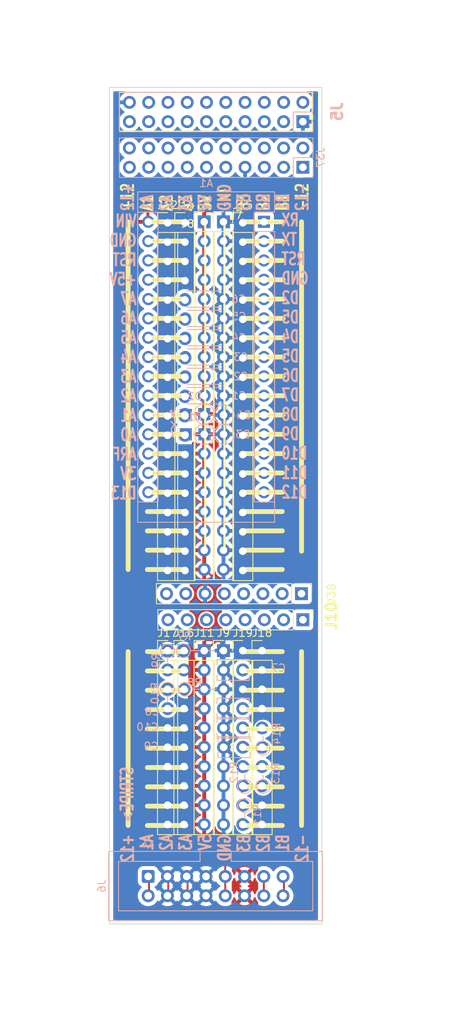
<source format=kicad_pcb>
(kicad_pcb (version 20211014) (generator pcbnew)
  (title_block (title "SYNTH-MIXER6-01") (date "2022-09-30") (rev "1") (company "LAND BOARDS, LLC"))
  (layers (0 "F.Cu" signal) (31 "B.Cu" signal) (34 "B.Paste" user) (35 "F.Paste" user) (36 "B.SilkS" user "B.Silkscreen") (37 "F.SilkS" user "F.Silkscreen") (38 "B.Mask" user) (39 "F.Mask" user) (44 "Edge.Cuts" user))
  (net 0 "")
  (net 2 "/POT6-2")
  (net 5 "/POT4-2")
  (net 7 "/POT2-1")
  (net 8 "/POT2-2")
  (net 9 "/POT2-3")
  (net 10 "/POT5-1")
  (net 11 "/POT5-2")
  (net 12 "/POT5-3")
  (net 14 "/POT3-2")
  (net 16 "+12V")
  (net 17 "+5V")
  (net 18 "/CV")
  (net 19 "/GATE")
  (net 20 "-12V")
  (net 22 "/POT1-2")
  (net 26 "/J4-T")
  (net 27 "/J2-S")
  (net 28 "/J2-T")
  (net 29 "/J3-T")
  (net 30 "GND")
  (net 32 "/J1-T")
  (net 37 "+5VD")
  (net 41 "Net-(J37-Pad14)")
  (net 49 "Net-(J37-Pad4)")
  (net 52 "/ANA6")
  (net 53 "/ANA7")
  (net 54 "/ANA0")
  (net 55 "/ANA1")
  (net 56 "/ANA2")
  (net 57 "/ANA3")
  (net 58 "/ANA4")
  (net 59 "/ANA5")
  (net 62 "Net-(C9-Pad1)")
  (net 63 "/D9")
  (net 64 "/D10")
  (footprint "Connector_PinHeader_2.54mm:PinHeader_1x10_P2.54mm_Vertical" (layer "F.Cu") (at 116.078 83.058)
    (fp_text reference "J19" (at 0 -2.33) (layer "F.SilkS"))
    (fp_text value "Conn_01x10")
    (pad "1" thru_hole rect (at 0 0) (size 1.7 1.7) (drill 1) (layers *.Cu *.Mask))
    (pad "2" thru_hole oval (at 0 2.54) (size 1.7 1.7) (drill 1) (layers *.Cu *.Mask))
    (pad "3" thru_hole oval (at 0 5.08) (size 1.7 1.7) (drill 1) (layers *.Cu *.Mask))
    (pad "4" thru_hole oval (at 0 7.62) (size 1.7 1.7) (drill 1) (layers *.Cu *.Mask))
    (pad "5" thru_hole oval (at 0 10.16) (size 1.7 1.7) (drill 1) (layers *.Cu *.Mask))
    (pad "6" thru_hole oval (at 0 12.7) (size 1.7 1.7) (drill 1) (layers *.Cu *.Mask))
    (pad "7" thru_hole oval (at 0 15.24) (size 1.7 1.7) (drill 1) (layers *.Cu *.Mask))
    (pad "8" thru_hole oval (at 0 17.78) (size 1.7 1.7) (drill 1) (layers *.Cu *.Mask))
    (pad "9" thru_hole oval (at 0 20.32) (size 1.7 1.7) (drill 1) (layers *.Cu *.Mask))
    (pad "10" thru_hole oval (at 0 22.86) (size 1.7 1.7) (drill 1) (layers *.Cu *.Mask))
  )
  (footprint "Connector_PinHeader_2.54mm:PinHeader_1x10_P2.54mm_Vertical" (layer "F.Cu") (at 110.998 83.058)
    (fp_text reference "J11" (at 0 -2.33) (layer "F.SilkS"))
    (fp_text value "Conn_01x10")
    (pad "1" thru_hole rect (at 0 0) (size 1.7 1.7) (drill 1) (layers *.Cu *.Mask) (net 17 "+5V"))
    (pad "2" thru_hole oval (at 0 2.54) (size 1.7 1.7) (drill 1) (layers *.Cu *.Mask) (net 17 "+5V"))
    (pad "3" thru_hole oval (at 0 5.08) (size 1.7 1.7) (drill 1) (layers *.Cu *.Mask) (net 17 "+5V"))
    (pad "4" thru_hole oval (at 0 7.62) (size 1.7 1.7) (drill 1) (layers *.Cu *.Mask) (net 17 "+5V"))
    (pad "5" thru_hole oval (at 0 10.16) (size 1.7 1.7) (drill 1) (layers *.Cu *.Mask) (net 17 "+5V"))
    (pad "6" thru_hole oval (at 0 12.7) (size 1.7 1.7) (drill 1) (layers *.Cu *.Mask) (net 17 "+5V"))
    (pad "7" thru_hole oval (at 0 15.24) (size 1.7 1.7) (drill 1) (layers *.Cu *.Mask) (net 17 "+5V"))
    (pad "8" thru_hole oval (at 0 17.78) (size 1.7 1.7) (drill 1) (layers *.Cu *.Mask) (net 17 "+5V"))
    (pad "9" thru_hole oval (at 0 20.32) (size 1.7 1.7) (drill 1) (layers *.Cu *.Mask) (net 17 "+5V"))
    (pad "10" thru_hole oval (at 0 22.86) (size 1.7 1.7) (drill 1) (layers *.Cu *.Mask) (net 17 "+5V"))
  )
  (footprint "Connector_PinHeader_2.54mm:PinHeader_1x10_P2.54mm_Vertical" (layer "F.Cu") (at 108.331 83.058)
    (fp_text reference "J16" (at 0 -2.33) (layer "F.SilkS"))
    (fp_text value "Conn_01x10")
    (pad "1" thru_hole rect (at 0 0) (size 1.7 1.7) (drill 1) (layers *.Cu *.Mask))
    (pad "2" thru_hole oval (at 0 2.54) (size 1.7 1.7) (drill 1) (layers *.Cu *.Mask))
    (pad "3" thru_hole oval (at 0 5.08) (size 1.7 1.7) (drill 1) (layers *.Cu *.Mask))
    (pad "4" thru_hole oval (at 0 7.62) (size 1.7 1.7) (drill 1) (layers *.Cu *.Mask))
    (pad "5" thru_hole oval (at 0 10.16) (size 1.7 1.7) (drill 1) (layers *.Cu *.Mask))
    (pad "6" thru_hole oval (at 0 12.7) (size 1.7 1.7) (drill 1) (layers *.Cu *.Mask))
    (pad "7" thru_hole oval (at 0 15.24) (size 1.7 1.7) (drill 1) (layers *.Cu *.Mask))
    (pad "8" thru_hole oval (at 0 17.78) (size 1.7 1.7) (drill 1) (layers *.Cu *.Mask))
    (pad "9" thru_hole oval (at 0 20.32) (size 1.7 1.7) (drill 1) (layers *.Cu *.Mask))
    (pad "10" thru_hole oval (at 0 22.86) (size 1.7 1.7) (drill 1) (layers *.Cu *.Mask))
  )
  (footprint "Connector_PinHeader_2.54mm:PinHeader_1x19_P2.54mm_Vertical" (layer "F.Cu") (at 106.172 26.797)
    (fp_text reference "J12" (at 0 -2.33) (layer "F.SilkS"))
    (fp_text value "Conn_01x19")
    (pad "1" thru_hole rect (at 0 0) (size 1.7 1.7) (drill 1) (layers *.Cu *.Mask))
    (pad "2" thru_hole oval (at 0 2.54) (size 1.7 1.7) (drill 1) (layers *.Cu *.Mask))
    (pad "3" thru_hole oval (at 0 5.08) (size 1.7 1.7) (drill 1) (layers *.Cu *.Mask))
    (pad "4" thru_hole oval (at 0 7.62) (size 1.7 1.7) (drill 1) (layers *.Cu *.Mask))
    (pad "5" thru_hole oval (at 0 10.16) (size 1.7 1.7) (drill 1) (layers *.Cu *.Mask))
    (pad "6" thru_hole oval (at 0 12.7) (size 1.7 1.7) (drill 1) (layers *.Cu *.Mask))
    (pad "7" thru_hole oval (at 0 15.24) (size 1.7 1.7) (drill 1) (layers *.Cu *.Mask))
    (pad "8" thru_hole oval (at 0 17.78) (size 1.7 1.7) (drill 1) (layers *.Cu *.Mask))
    (pad "9" thru_hole oval (at 0 20.32) (size 1.7 1.7) (drill 1) (layers *.Cu *.Mask))
    (pad "10" thru_hole oval (at 0 22.86) (size 1.7 1.7) (drill 1) (layers *.Cu *.Mask))
    (pad "11" thru_hole oval (at 0 25.4) (size 1.7 1.7) (drill 1) (layers *.Cu *.Mask))
    (pad "12" thru_hole oval (at 0 27.94) (size 1.7 1.7) (drill 1) (layers *.Cu *.Mask))
    (pad "13" thru_hole oval (at 0 30.48) (size 1.7 1.7) (drill 1) (layers *.Cu *.Mask))
    (pad "14" thru_hole oval (at 0 33.02) (size 1.7 1.7) (drill 1) (layers *.Cu *.Mask))
    (pad "15" thru_hole oval (at 0 35.56) (size 1.7 1.7) (drill 1) (layers *.Cu *.Mask))
    (pad "16" thru_hole oval (at 0 38.1) (size 1.7 1.7) (drill 1) (layers *.Cu *.Mask))
    (pad "17" thru_hole oval (at 0 40.64) (size 1.7 1.7) (drill 1) (layers *.Cu *.Mask))
    (pad "18" thru_hole oval (at 0 43.18) (size 1.7 1.7) (drill 1) (layers *.Cu *.Mask))
    (pad "19" thru_hole oval (at 0 45.72) (size 1.7 1.7) (drill 1) (layers *.Cu *.Mask))
  )
  (footprint "Connector_PinHeader_2.54mm:PinHeader_1x19_P2.54mm_Vertical" (layer "F.Cu") (at 110.998 26.67)
    (fp_text reference "J8" (at -2.159 0.254) (layer "F.SilkS"))
    (fp_text value "Conn_01x19")
    (pad "1" thru_hole rect (at 0 0) (size 1.7 1.7) (drill 1) (layers *.Cu *.Mask) (net 17 "+5V"))
    (pad "2" thru_hole oval (at 0 2.54) (size 1.7 1.7) (drill 1) (layers *.Cu *.Mask) (net 17 "+5V"))
    (pad "3" thru_hole oval (at 0 5.08) (size 1.7 1.7) (drill 1) (layers *.Cu *.Mask) (net 17 "+5V"))
    (pad "4" thru_hole oval (at 0 7.62) (size 1.7 1.7) (drill 1) (layers *.Cu *.Mask) (net 17 "+5V"))
    (pad "5" thru_hole oval (at 0 10.16) (size 1.7 1.7) (drill 1) (layers *.Cu *.Mask) (net 17 "+5V"))
    (pad "6" thru_hole oval (at 0 12.7) (size 1.7 1.7) (drill 1) (layers *.Cu *.Mask) (net 17 "+5V"))
    (pad "7" thru_hole oval (at 0 15.24) (size 1.7 1.7) (drill 1) (layers *.Cu *.Mask) (net 17 "+5V"))
    (pad "8" thru_hole oval (at 0 17.78) (size 1.7 1.7) (drill 1) (layers *.Cu *.Mask) (net 17 "+5V"))
    (pad "9" thru_hole oval (at 0 20.32) (size 1.7 1.7) (drill 1) (layers *.Cu *.Mask) (net 17 "+5V"))
    (pad "10" thru_hole oval (at 0 22.86) (size 1.7 1.7) (drill 1) (layers *.Cu *.Mask) (net 17 "+5V"))
    (pad "11" thru_hole oval (at 0 25.4) (size 1.7 1.7) (drill 1) (layers *.Cu *.Mask) (net 17 "+5V"))
    (pad "12" thru_hole oval (at 0 27.94) (size 1.7 1.7) (drill 1) (layers *.Cu *.Mask) (net 17 "+5V"))
    (pad "13" thru_hole oval (at 0 30.48) (size 1.7 1.7) (drill 1) (layers *.Cu *.Mask) (net 17 "+5V"))
    (pad "14" thru_hole oval (at 0 33.02) (size 1.7 1.7) (drill 1) (layers *.Cu *.Mask) (net 17 "+5V"))
    (pad "15" thru_hole oval (at 0 35.56) (size 1.7 1.7) (drill 1) (layers *.Cu *.Mask) (net 17 "+5V"))
    (pad "16" thru_hole oval (at 0 38.1) (size 1.7 1.7) (drill 1) (layers *.Cu *.Mask) (net 17 "+5V"))
    (pad "17" thru_hole oval (at 0 40.64) (size 1.7 1.7) (drill 1) (layers *.Cu *.Mask) (net 17 "+5V"))
    (pad "18" thru_hole oval (at 0 43.18) (size 1.7 1.7) (drill 1) (layers *.Cu *.Mask) (net 17 "+5V"))
    (pad "19" thru_hole oval (at 0 45.72) (size 1.7 1.7) (drill 1) (layers *.Cu *.Mask) (net 17 "+5V"))
  )
  (footprint "Connector_PinHeader_2.54mm:PinHeader_1x19_P2.54mm_Vertical" (layer "F.Cu") (at 108.458 26.797)
    (fp_text reference "J14" (at 0 -2.33) (layer "F.SilkS"))
    (fp_text value "Conn_01x19")
    (pad "1" thru_hole rect (at 0 0) (size 1.7 1.7) (drill 1) (layers *.Cu *.Mask))
    (pad "2" thru_hole oval (at 0 2.54) (size 1.7 1.7) (drill 1) (layers *.Cu *.Mask))
    (pad "3" thru_hole oval (at 0 5.08) (size 1.7 1.7) (drill 1) (layers *.Cu *.Mask))
    (pad "4" thru_hole oval (at 0 7.62) (size 1.7 1.7) (drill 1) (layers *.Cu *.Mask))
    (pad "5" thru_hole oval (at 0 10.16) (size 1.7 1.7) (drill 1) (layers *.Cu *.Mask))
    (pad "6" thru_hole oval (at 0 12.7) (size 1.7 1.7) (drill 1) (layers *.Cu *.Mask))
    (pad "7" thru_hole oval (at 0 15.24) (size 1.7 1.7) (drill 1) (layers *.Cu *.Mask))
    (pad "8" thru_hole oval (at 0 17.78) (size 1.7 1.7) (drill 1) (layers *.Cu *.Mask))
    (pad "9" thru_hole oval (at 0 20.32) (size 1.7 1.7) (drill 1) (layers *.Cu *.Mask))
    (pad "10" thru_hole oval (at 0 22.86) (size 1.7 1.7) (drill 1) (layers *.Cu *.Mask))
    (pad "11" thru_hole oval (at 0 25.4) (size 1.7 1.7) (drill 1) (layers *.Cu *.Mask))
    (pad "12" thru_hole oval (at 0 27.94) (size 1.7 1.7) (drill 1) (layers *.Cu *.Mask))
    (pad "13" thru_hole oval (at 0 30.48) (size 1.7 1.7) (drill 1) (layers *.Cu *.Mask))
    (pad "14" thru_hole oval (at 0 33.02) (size 1.7 1.7) (drill 1) (layers *.Cu *.Mask))
    (pad "15" thru_hole oval (at 0 35.56) (size 1.7 1.7) (drill 1) (layers *.Cu *.Mask))
    (pad "16" thru_hole oval (at 0 38.1) (size 1.7 1.7) (drill 1) (layers *.Cu *.Mask))
    (pad "17" thru_hole oval (at 0 40.64) (size 1.7 1.7) (drill 1) (layers *.Cu *.Mask))
    (pad "18" thru_hole oval (at 0 43.18) (size 1.7 1.7) (drill 1) (layers *.Cu *.Mask))
    (pad "19" thru_hole oval (at 0 45.72) (size 1.7 1.7) (drill 1) (layers *.Cu *.Mask))
  )
  (footprint "Connector_PinHeader_2.54mm:PinHeader_1x08_P2.54mm_Vertical" (layer "F.Cu") (at 123.81 75.565 -90)
    (fp_text reference "J38" (at 0 -3.952 90) (layer "F.SilkS"))
    (fp_text value "PROTO01_JACKS")
    (pad "1" thru_hole rect (at 0 0 270) (size 1.7 1.7) (drill 1) (layers *.Cu *.Mask) (net 32 "/J1-T"))
    (pad "2" thru_hole oval (at 0 2.54 270) (size 1.7 1.7) (drill 1) (layers *.Cu *.Mask))
    (pad "3" thru_hole oval (at 0 5.08 270) (size 1.7 1.7) (drill 1) (layers *.Cu *.Mask) (net 29 "/J3-T"))
    (pad "4" thru_hole oval (at 0 7.62 270) (size 1.7 1.7) (drill 1) (layers *.Cu *.Mask))
    (pad "5" thru_hole oval (at 0 10.16 270) (size 1.7 1.7) (drill 1) (layers *.Cu *.Mask) (net 28 "/J2-T"))
    (pad "6" thru_hole oval (at 0 12.7 270) (size 1.7 1.7) (drill 1) (layers *.Cu *.Mask) (net 30 "GND"))
    (pad "7" thru_hole oval (at 0 15.24 270) (size 1.7 1.7) (drill 1) (layers *.Cu *.Mask) (net 26 "/J4-T"))
    (pad "8" thru_hole oval (at 0 17.78 270) (size 1.7 1.7) (drill 1) (layers *.Cu *.Mask))
  )
  (footprint "Connector_PinHeader_2.54mm:PinHeader_1x19_P2.54mm_Vertical" (layer "F.Cu") (at 113.538 26.67)
    (fp_text reference "J7" (at 1.651 -0.889) (layer "F.SilkS"))
    (fp_text value "Conn_01x19")
    (pad "1" thru_hole rect (at 0 0) (size 1.7 1.7) (drill 1) (layers *.Cu *.Mask) (net 30 "GND"))
    (pad "2" thru_hole oval (at 0 2.54) (size 1.7 1.7) (drill 1) (layers *.Cu *.Mask) (net 30 "GND"))
    (pad "3" thru_hole oval (at 0 5.08) (size 1.7 1.7) (drill 1) (layers *.Cu *.Mask) (net 30 "GND"))
    (pad "4" thru_hole oval (at 0 7.62) (size 1.7 1.7) (drill 1) (layers *.Cu *.Mask) (net 30 "GND"))
    (pad "5" thru_hole oval (at 0 10.16) (size 1.7 1.7) (drill 1) (layers *.Cu *.Mask) (net 30 "GND"))
    (pad "6" thru_hole oval (at 0 12.7) (size 1.7 1.7) (drill 1) (layers *.Cu *.Mask) (net 30 "GND"))
    (pad "7" thru_hole oval (at 0 15.24) (size 1.7 1.7) (drill 1) (layers *.Cu *.Mask) (net 30 "GND"))
    (pad "8" thru_hole oval (at 0 17.78) (size 1.7 1.7) (drill 1) (layers *.Cu *.Mask) (net 30 "GND"))
    (pad "9" thru_hole oval (at 0 20.32) (size 1.7 1.7) (drill 1) (layers *.Cu *.Mask) (net 30 "GND"))
    (pad "10" thru_hole oval (at 0 22.86) (size 1.7 1.7) (drill 1) (layers *.Cu *.Mask) (net 30 "GND"))
    (pad "11" thru_hole oval (at 0 25.4) (size 1.7 1.7) (drill 1) (layers *.Cu *.Mask) (net 30 "GND"))
    (pad "12" thru_hole oval (at 0 27.94) (size 1.7 1.7) (drill 1) (layers *.Cu *.Mask) (net 30 "GND"))
    (pad "13" thru_hole oval (at 0 30.48) (size 1.7 1.7) (drill 1) (layers *.Cu *.Mask) (net 30 "GND"))
    (pad "14" thru_hole oval (at 0 33.02) (size 1.7 1.7) (drill 1) (layers *.Cu *.Mask) (net 30 "GND"))
    (pad "15" thru_hole oval (at 0 35.56) (size 1.7 1.7) (drill 1) (layers *.Cu *.Mask) (net 30 "GND"))
    (pad "16" thru_hole oval (at 0 38.1) (size 1.7 1.7) (drill 1) (layers *.Cu *.Mask) (net 30 "GND"))
    (pad "17" thru_hole oval (at 0 40.64) (size 1.7 1.7) (drill 1) (layers *.Cu *.Mask) (net 30 "GND"))
    (pad "18" thru_hole oval (at 0 43.18) (size 1.7 1.7) (drill 1) (layers *.Cu *.Mask) (net 30 "GND"))
    (pad "19" thru_hole oval (at 0 45.72) (size 1.7 1.7) (drill 1) (layers *.Cu *.Mask) (net 30 "GND"))
  )
  (footprint "Connector_PinHeader_2.54mm:PinHeader_1x08_P2.54mm_Vertical" (layer "F.Cu") (at 124 79 -90)
    (fp_text reference "J10" (at -0.514 -3.762 90) (layer "F.SilkS") (effects (font (size 1.397 1.397) (thickness 0.4572))))
    (fp_text value "Conn_01x08")
    (pad "1" thru_hole rect (at 0 0 270) (size 1.7 1.7) (drill 1) (layers *.Cu *.Mask) (net 27 "/J2-S"))
    (pad "2" thru_hole oval (at 0 2.54 270) (size 1.7 1.7) (drill 1) (layers *.Cu *.Mask) (net 26 "/J4-T"))
    (pad "3" thru_hole oval (at 0 5.08 270) (size 1.7 1.7) (drill 1) (layers *.Cu *.Mask) (net 27 "/J2-S"))
    (pad "4" thru_hole oval (at 0 7.62 270) (size 1.7 1.7) (drill 1) (layers *.Cu *.Mask) (net 28 "/J2-T"))
    (pad "5" thru_hole oval (at 0 10.16 270) (size 1.7 1.7) (drill 1) (layers *.Cu *.Mask) (net 27 "/J2-S"))
    (pad "6" thru_hole oval (at 0 12.7 270) (size 1.7 1.7) (drill 1) (layers *.Cu *.Mask) (net 29 "/J3-T"))
    (pad "7" thru_hole oval (at 0 15.24 270) (size 1.7 1.7) (drill 1) (layers *.Cu *.Mask) (net 27 "/J2-S"))
    (pad "8" thru_hole oval (at 0 17.78 270) (size 1.7 1.7) (drill 1) (layers *.Cu *.Mask) (net 32 "/J1-T"))
  )
  (footprint "Connector_PinHeader_2.54mm:PinHeader_1x10_P2.54mm_Vertical" (layer "F.Cu") (at 113.538 83.058)
    (fp_text reference "J9" (at 0 -2.33) (layer "F.SilkS"))
    (fp_text value "Conn_01x10")
    (pad "1" thru_hole rect (at 0 0) (size 1.7 1.7) (drill 1) (layers *.Cu *.Mask) (net 30 "GND"))
    (pad "2" thru_hole oval (at 0 2.54) (size 1.7 1.7) (drill 1) (layers *.Cu *.Mask) (net 30 "GND"))
    (pad "3" thru_hole oval (at 0 5.08) (size 1.7 1.7) (drill 1) (layers *.Cu *.Mask) (net 30 "GND"))
    (pad "4" thru_hole oval (at 0 7.62) (size 1.7 1.7) (drill 1) (layers *.Cu *.Mask) (net 30 "GND"))
    (pad "5" thru_hole oval (at 0 10.16) (size 1.7 1.7) (drill 1) (layers *.Cu *.Mask) (net 30 "GND"))
    (pad "6" thru_hole oval (at 0 12.7) (size 1.7 1.7) (drill 1) (layers *.Cu *.Mask) (net 30 "GND"))
    (pad "7" thru_hole oval (at 0 15.24) (size 1.7 1.7) (drill 1) (layers *.Cu *.Mask) (net 30 "GND"))
    (pad "8" thru_hole oval (at 0 17.78) (size 1.7 1.7) (drill 1) (layers *.Cu *.Mask) (net 30 "GND"))
    (pad "9" thru_hole oval (at 0 20.32) (size 1.7 1.7) (drill 1) (layers *.Cu *.Mask) (net 30 "GND"))
    (pad "10" thru_hole oval (at 0 22.86) (size 1.7 1.7) (drill 1) (layers *.Cu *.Mask) (net 30 "GND"))
  )
  (footprint "Connector_PinHeader_2.54mm:PinHeader_1x19_P2.54mm_Vertical" (layer "F.Cu") (at 116.078 26.797)
    (fp_text reference "J15" (at 0 -2.33) (layer "F.SilkS"))
    (fp_text value "Conn_01x19")
    (pad "1" thru_hole rect (at 0 0) (size 1.7 1.7) (drill 1) (layers *.Cu *.Mask))
    (pad "2" thru_hole oval (at 0 2.54) (size 1.7 1.7) (drill 1) (layers *.Cu *.Mask))
    (pad "3" thru_hole oval (at 0 5.08) (size 1.7 1.7) (drill 1) (layers *.Cu *.Mask))
    (pad "4" thru_hole oval (at 0 7.62) (size 1.7 1.7) (drill 1) (layers *.Cu *.Mask))
    (pad "5" thru_hole oval (at 0 10.16) (size 1.7 1.7) (drill 1) (layers *.Cu *.Mask))
    (pad "6" thru_hole oval (at 0 12.7) (size 1.7 1.7) (drill 1) (layers *.Cu *.Mask))
    (pad "7" thru_hole oval (at 0 15.24) (size 1.7 1.7) (drill 1) (layers *.Cu *.Mask))
    (pad "8" thru_hole oval (at 0 17.78) (size 1.7 1.7) (drill 1) (layers *.Cu *.Mask))
    (pad "9" thru_hole oval (at 0 20.32) (size 1.7 1.7) (drill 1) (layers *.Cu *.Mask))
    (pad "10" thru_hole oval (at 0 22.86) (size 1.7 1.7) (drill 1) (layers *.Cu *.Mask))
    (pad "11" thru_hole oval (at 0 25.4) (size 1.7 1.7) (drill 1) (layers *.Cu *.Mask))
    (pad "12" thru_hole oval (at 0 27.94) (size 1.7 1.7) (drill 1) (layers *.Cu *.Mask))
    (pad "13" thru_hole oval (at 0 30.48) (size 1.7 1.7) (drill 1) (layers *.Cu *.Mask))
    (pad "14" thru_hole oval (at 0 33.02) (size 1.7 1.7) (drill 1) (layers *.Cu *.Mask))
    (pad "15" thru_hole oval (at 0 35.56) (size 1.7 1.7) (drill 1) (layers *.Cu *.Mask))
    (pad "16" thru_hole oval (at 0 38.1) (size 1.7 1.7) (drill 1) (layers *.Cu *.Mask))
    (pad "17" thru_hole oval (at 0 40.64) (size 1.7 1.7) (drill 1) (layers *.Cu *.Mask))
    (pad "18" thru_hole oval (at 0 43.18) (size 1.7 1.7) (drill 1) (layers *.Cu *.Mask))
    (pad "19" thru_hole oval (at 0 45.72) (size 1.7 1.7) (drill 1) (layers *.Cu *.Mask))
  )
  (footprint "Connector_PinHeader_2.54mm:PinHeader_1x10_P2.54mm_Vertical" (layer "F.Cu") (at 118.618 83.058)
    (fp_text reference "J18" (at 0 -2.33) (layer "F.SilkS"))
    (fp_text value "Conn_01x10")
    (pad "1" thru_hole rect (at 0 0) (size 1.7 1.7) (drill 1) (layers *.Cu *.Mask))
    (pad "2" thru_hole oval (at 0 2.54) (size 1.7 1.7) (drill 1) (layers *.Cu *.Mask))
    (pad "3" thru_hole oval (at 0 5.08) (size 1.7 1.7) (drill 1) (layers *.Cu *.Mask))
    (pad "4" thru_hole oval (at 0 7.62) (size 1.7 1.7) (drill 1) (layers *.Cu *.Mask))
    (pad "5" thru_hole oval (at 0 10.16) (size 1.7 1.7) (drill 1) (layers *.Cu *.Mask))
    (pad "6" thru_hole oval (at 0 12.7) (size 1.7 1.7) (drill 1) (layers *.Cu *.Mask))
    (pad "7" thru_hole oval (at 0 15.24) (size 1.7 1.7) (drill 1) (layers *.Cu *.Mask))
    (pad "8" thru_hole oval (at 0 17.78) (size 1.7 1.7) (drill 1) (layers *.Cu *.Mask))
    (pad "9" thru_hole oval (at 0 20.32) (size 1.7 1.7) (drill 1) (layers *.Cu *.Mask))
    (pad "10" thru_hole oval (at 0 22.86) (size 1.7 1.7) (drill 1) (layers *.Cu *.Mask))
  )
  (footprint "Connector_PinHeader_2.54mm:PinHeader_1x10_P2.54mm_Vertical" (layer "F.Cu") (at 106.172 83.058)
    (fp_text reference "J17" (at 0 -2.33) (layer "F.SilkS"))
    (fp_text value "Conn_01x10")
    (pad "1" thru_hole rect (at 0 0) (size 1.7 1.7) (drill 1) (layers *.Cu *.Mask))
    (pad "2" thru_hole oval (at 0 2.54) (size 1.7 1.7) (drill 1) (layers *.Cu *.Mask))
    (pad "3" thru_hole oval (at 0 5.08) (size 1.7 1.7) (drill 1) (layers *.Cu *.Mask))
    (pad "4" thru_hole oval (at 0 7.62) (size 1.7 1.7) (drill 1) (layers *.Cu *.Mask))
    (pad "5" thru_hole oval (at 0 10.16) (size 1.7 1.7) (drill 1) (layers *.Cu *.Mask))
    (pad "6" thru_hole oval (at 0 12.7) (size 1.7 1.7) (drill 1) (layers *.Cu *.Mask))
    (pad "7" thru_hole oval (at 0 15.24) (size 1.7 1.7) (drill 1) (layers *.Cu *.Mask))
    (pad "8" thru_hole oval (at 0 17.78) (size 1.7 1.7) (drill 1) (layers *.Cu *.Mask))
    (pad "9" thru_hole oval (at 0 20.32) (size 1.7 1.7) (drill 1) (layers *.Cu *.Mask))
    (pad "10" thru_hole oval (at 0 22.86) (size 1.7 1.7) (drill 1) (layers *.Cu *.Mask))
  )
  (footprint "Capacitor_THT:C_Rect_L4.0mm_W2.5mm_P2.50mm" (layer "B.Cu") (at 116.05801 93.218 180)
    (fp_text reference "C10" (at 12.55301 0.127) (layer "B.SilkS") (effects (justify mirror)))
    (fp_text value "10nF")
    (pad "1" thru_hole circle (at 0 0 180) (size 1.6 1.6) (drill 0.8) (layers *.Cu *.Mask) (net 26 "/J4-T"))
    (pad "2" thru_hole circle (at 2.5 0 180) (size 1.6 1.6) (drill 0.8) (layers *.Cu *.Mask) (net 30 "GND"))
  )
  (footprint "Resistor_THT:R_Axial_DIN0204_L3.6mm_D1.6mm_P5.08mm_Vertical" (layer "B.Cu") (at 108.254 83.058)
    (fp_text reference "R7" (at 0.077 -1.905) (layer "B.SilkS") (effects (justify mirror)))
    (fp_text value "100K")
    (pad "1" thru_hole circle (at 0 0) (size 1.4 1.4) (drill 0.7) (layers *.Cu *.Mask) (net 32 "/J1-T"))
    (pad "2" thru_hole oval (at 5.08 0) (size 1.4 1.4) (drill 0.7) (layers *.Cu *.Mask) (net 30 "GND"))
  )
  (footprint "Connector_PinHeader_2.54mm:PinHeader_2x10_P2.54mm_Vertical" (layer "B.Cu") (at 124 19.5 90)
    (fp_text reference "J37" (at 1.27 2.33 90) (layer "B.SilkS") (effects (justify mirror)))
    (fp_text value "PROTO01_POTS")
    (pad "1" thru_hole rect (at 0 0 90) (size 1.7 1.7) (drill 1) (layers *.Cu *.Mask))
    (pad "2" thru_hole oval (at 2.54 0 90) (size 1.7 1.7) (drill 1) (layers *.Cu *.Mask))
    (pad "3" thru_hole oval (at 0 -2.54 90) (size 1.7 1.7) (drill 1) (layers *.Cu *.Mask) (net 56 "/ANA2"))
    (pad "4" thru_hole oval (at 2.54 -2.54 90) (size 1.7 1.7) (drill 1) (layers *.Cu *.Mask) (net 49 "Net-(J37-Pad4)"))
    (pad "5" thru_hole oval (at 0 -5.08 90) (size 1.7 1.7) (drill 1) (layers *.Cu *.Mask))
    (pad "6" thru_hole oval (at 2.54 -5.08 90) (size 1.7 1.7) (drill 1) (layers *.Cu *.Mask) (net 57 "/ANA3"))
    (pad "7" thru_hole oval (at 0 -7.62 90) (size 1.7 1.7) (drill 1) (layers *.Cu *.Mask) (net 30 "GND"))
    (pad "8" thru_hole oval (at 2.54 -7.62 90) (size 1.7 1.7) (drill 1) (layers *.Cu *.Mask) (net 41 "Net-(J37-Pad14)"))
    (pad "9" thru_hole oval (at 0 -10.16 90) (size 1.7 1.7) (drill 1) (layers *.Cu *.Mask) (net 58 "/ANA4"))
    (pad "10" thru_hole oval (at 2.54 -10.16 90) (size 1.7 1.7) (drill 1) (layers *.Cu *.Mask))
    (pad "11" thru_hole oval (at 0 -12.7 90) (size 1.7 1.7) (drill 1) (layers *.Cu *.Mask) (net 37 "+5VD"))
    (pad "12" thru_hole oval (at 2.54 -12.7 90) (size 1.7 1.7) (drill 1) (layers *.Cu *.Mask) (net 59 "/ANA5"))
    (pad "13" thru_hole oval (at 0 -15.24 90) (size 1.7 1.7) (drill 1) (layers *.Cu *.Mask))
    (pad "14" thru_hole oval (at 2.54 -15.24 90) (size 1.7 1.7) (drill 1) (layers *.Cu *.Mask) (net 41 "Net-(J37-Pad14)"))
    (pad "15" thru_hole oval (at 0 -17.78 90) (size 1.7 1.7) (drill 1) (layers *.Cu *.Mask) (net 52 "/ANA6"))
    (pad "16" thru_hole oval (at 2.54 -17.78 90) (size 1.7 1.7) (drill 1) (layers *.Cu *.Mask) (net 49 "Net-(J37-Pad4)"))
    (pad "17" thru_hole oval (at 0 -20.32 90) (size 1.7 1.7) (drill 1) (layers *.Cu *.Mask))
    (pad "18" thru_hole oval (at 2.54 -20.32 90) (size 1.7 1.7) (drill 1) (layers *.Cu *.Mask) (net 53 "/ANA7"))
    (pad "19" thru_hole oval (at 0 -22.86 90) (size 1.7 1.7) (drill 1) (layers *.Cu *.Mask))
    (pad "20" thru_hole oval (at 2.54 -22.86 90) (size 1.7 1.7) (drill 1) (layers *.Cu *.Mask))
  )
  (footprint "Capacitor_THT:C_Rect_L4.0mm_W2.5mm_P2.50mm" (layer "B.Cu") (at 116.05801 85.598 180)
    (fp_text reference "C7" (at -4.71899 0.254) (layer "B.SilkS") (effects (justify mirror)))
    (fp_text value "0.1uF")
    (pad "1" thru_hole circle (at 0 0 180) (size 1.6 1.6) (drill 0.8) (layers *.Cu *.Mask) (net 54 "/ANA0"))
    (pad "2" thru_hole circle (at 2.5 0 180) (size 1.6 1.6) (drill 0.8) (layers *.Cu *.Mask) (net 30 "GND"))
  )
  (footprint "Diode_THT:D_DO-35_SOD27_P2.54mm_Vertical_AnodeUp" (layer "B.Cu") (at 111.026686 54.61 180)
    (fp_text reference "D1" (at 1.27 2.326371) (layer "B.SilkS") (effects (justify mirror)))
    (fp_text value "BAT41")
    (fp_text user "A" (at 4.34 0) (layer "B.SilkS") (effects (justify mirror)))
    (pad "1" thru_hole rect (at 0 0 180) (size 1.6 1.6) (drill 0.8) (layers *.Cu *.Mask) (net 17 "+5V"))
    (pad "2" thru_hole oval (at 2.54 0 180) (size 1.6 1.6) (drill 0.8) (layers *.Cu *.Mask) (net 54 "/ANA0"))
  )
  (footprint "Module:Arduino_Nano" (layer "B.Cu") (at 118.872 26.67 180)
    (fp_text reference "A1" (at 7.62 5.08) (layer "B.SilkS") (effects (justify mirror)))
    (fp_text value "Arduino_Nano_v3.x")
    (pad "1" thru_hole rect (at 0 0 180) (size 1.6 1.6) (drill 1) (layers *.Cu *.Mask))
    (pad "2" thru_hole oval (at 0 -2.54 180) (size 1.6 1.6) (drill 1) (layers *.Cu *.Mask))
    (pad "3" thru_hole oval (at 0 -5.08 180) (size 1.6 1.6) (drill 1) (layers *.Cu *.Mask))
    (pad "4" thru_hole oval (at 0 -7.62 180) (size 1.6 1.6) (drill 1) (layers *.Cu *.Mask))
    (pad "5" thru_hole oval (at 0 -10.16 180) (size 1.6 1.6) (drill 1) (layers *.Cu *.Mask))
    (pad "6" thru_hole oval (at 0 -12.7 180) (size 1.6 1.6) (drill 1) (layers *.Cu *.Mask))
    (pad "7" thru_hole oval (at 0 -15.24 180) (size 1.6 1.6) (drill 1) (layers *.Cu *.Mask))
    (pad "8" thru_hole oval (at 0 -17.78 180) (size 1.6 1.6) (drill 1) (layers *.Cu *.Mask))
    (pad "9" thru_hole oval (at 0 -20.32 180) (size 1.6 1.6) (drill 1) (layers *.Cu *.Mask))
    (pad "10" thru_hole oval (at 0 -22.86 180) (size 1.6 1.6) (drill 1) (layers *.Cu *.Mask))
    (pad "11" thru_hole oval (at 0 -25.4 180) (size 1.6 1.6) (drill 1) (layers *.Cu *.Mask))
    (pad "12" thru_hole oval (at 0 -27.94 180) (size 1.6 1.6) (drill 1) (layers *.Cu *.Mask) (net 63 "/D9"))
    (pad "13" thru_hole oval (at 0 -30.48 180) (size 1.6 1.6) (drill 1) (layers *.Cu *.Mask) (net 64 "/D10"))
    (pad "14" thru_hole oval (at 0 -33.02 180) (size 1.6 1.6) (drill 1) (layers *.Cu *.Mask))
    (pad "15" thru_hole oval (at 0 -35.56 180) (size 1.6 1.6) (drill 1) (layers *.Cu *.Mask))
    (pad "16" thru_hole oval (at 15.24 -35.56 180) (size 1.6 1.6) (drill 1) (layers *.Cu *.Mask))
    (pad "17" thru_hole oval (at 15.24 -33.02 180) (size 1.6 1.6) (drill 1) (layers *.Cu *.Mask))
    (pad "18" thru_hole oval (at 15.24 -30.48 180) (size 1.6 1.6) (drill 1) (layers *.Cu *.Mask))
    (pad "19" thru_hole oval (at 15.24 -27.94 180) (size 1.6 1.6) (drill 1) (layers *.Cu *.Mask) (net 54 "/ANA0"))
    (pad "20" thru_hole oval (at 15.24 -25.4 180) (size 1.6 1.6) (drill 1) (layers *.Cu *.Mask) (net 55 "/ANA1"))
    (pad "21" thru_hole oval (at 15.24 -22.86 180) (size 1.6 1.6) (drill 1) (layers *.Cu *.Mask) (net 56 "/ANA2"))
    (pad "22" thru_hole oval (at 15.24 -20.32 180) (size 1.6 1.6) (drill 1) (layers *.Cu *.Mask) (net 57 "/ANA3"))
    (pad "23" thru_hole oval (at 15.24 -17.78 180) (size 1.6 1.6) (drill 1) (layers *.Cu *.Mask) (net 58 "/ANA4"))
    (pad "24" thru_hole oval (at 15.24 -15.24 180) (size 1.6 1.6) (drill 1) (layers *.Cu *.Mask) (net 59 "/ANA5"))
    (pad "25" thru_hole oval (at 15.24 -12.7 180) (size 1.6 1.6) (drill 1) (layers *.Cu *.Mask) (net 52 "/ANA6"))
    (pad "26" thru_hole oval (at 15.24 -10.16 180) (size 1.6 1.6) (drill 1) (layers *.Cu *.Mask) (net 53 "/ANA7"))
    (pad "27" thru_hole oval (at 15.24 -7.62 180) (size 1.6 1.6) (drill 1) (layers *.Cu *.Mask) (net 37 "+5VD"))
    (pad "28" thru_hole oval (at 15.24 -5.08 180) (size 1.6 1.6) (drill 1) (layers *.Cu *.Mask))
    (pad "29" thru_hole oval (at 15.24 -2.54 180) (size 1.6 1.6) (drill 1) (layers *.Cu *.Mask))
    (pad "30" thru_hole oval (at 15.24 0 180) (size 1.6 1.6) (drill 1) (layers *.Cu *.Mask) (net 16 "+12V"))
  )
  (footprint "Resistor_THT:R_Axial_DIN0204_L3.6mm_D1.6mm_P2.54mm_Vertical" (layer "B.Cu") (at 116.332 103.428 -90)
    (fp_text reference "R11" (at 1.22 -1.651 90) (layer "B.SilkS") (effects (justify mirror)))
    (fp_text value "3.9K")
    (pad "1" thru_hole circle (at 0 0 270) (size 1.4 1.4) (drill 0.7) (layers *.Cu *.Mask) (net 63 "/D9"))
    (pad "2" thru_hole oval (at 2.54 0 270) (size 1.4 1.4) (drill 0.7) (layers *.Cu *.Mask) (net 62 "Net-(C9-Pad1)"))
  )
  (footprint "Connector_PinHeader_2.54mm:PinHeader_2x10_P2.54mm_Vertical" (layer "B.Cu") (at 124.000006 13.500001 90)
    (fp_text reference "J5" (at 1.308001 4.523994 90) (layer "B.SilkS") (effects (font (size 1.397 1.397) (thickness 0.4572)) (justify mirror)))
    (fp_text value "HEADER, 2X10")
    (pad "1" thru_hole rect (at 0 0 90) (size 1.7 1.7) (drill 1) (layers *.Cu *.Mask) (net 30 "GND"))
    (pad "2" thru_hole oval (at 2.54 0 90) (size 1.7 1.7) (drill 1) (layers *.Cu *.Mask) (net 7 "/POT2-1"))
    (pad "3" thru_hole oval (at 0 -2.54 90) (size 1.7 1.7) (drill 1) (layers *.Cu *.Mask) (net 2 "/POT6-2"))
    (pad "4" thru_hole oval (at 2.54 -2.54 90) (size 1.7 1.7) (drill 1) (layers *.Cu *.Mask) (net 9 "/POT2-3"))
    (pad "5" thru_hole oval (at 0 -5.08 90) (size 1.7 1.7) (drill 1) (layers *.Cu *.Mask) (net 7 "/POT2-1"))
    (pad "6" thru_hole oval (at 2.54 -5.08 90) (size 1.7 1.7) (drill 1) (layers *.Cu *.Mask) (net 5 "/POT4-2"))
    (pad "7" thru_hole oval (at 0 -7.62 90) (size 1.7 1.7) (drill 1) (layers *.Cu *.Mask) (net 9 "/POT2-3"))
    (pad "8" thru_hole oval (at 2.54 -7.62 90) (size 1.7 1.7) (drill 1) (layers *.Cu *.Mask) (net 7 "/POT2-1"))
    (pad "9" thru_hole oval (at 0 -10.16 90) (size 1.7 1.7) (drill 1) (layers *.Cu *.Mask) (net 8 "/POT2-2"))
    (pad "10" thru_hole oval (at 2.54 -10.16 90) (size 1.7 1.7) (drill 1) (layers *.Cu *.Mask) (net 9 "/POT2-3"))
    (pad "11" thru_hole oval (at 0 -12.7 90) (size 1.7 1.7) (drill 1) (layers *.Cu *.Mask) (net 10 "/POT5-1"))
    (pad "12" thru_hole oval (at 2.54 -12.7 90) (size 1.7 1.7) (drill 1) (layers *.Cu *.Mask) (net 11 "/POT5-2"))
    (pad "13" thru_hole oval (at 0 -15.24 90) (size 1.7 1.7) (drill 1) (layers *.Cu *.Mask) (net 12 "/POT5-3"))
    (pad "14" thru_hole oval (at 2.54 -15.24 90) (size 1.7 1.7) (drill 1) (layers *.Cu *.Mask) (net 10 "/POT5-1"))
    (pad "15" thru_hole oval (at 0 -17.78 90) (size 1.7 1.7) (drill 1) (layers *.Cu *.Mask) (net 14 "/POT3-2"))
    (pad "16" thru_hole oval (at 2.54 -17.78 90) (size 1.7 1.7) (drill 1) (layers *.Cu *.Mask) (net 12 "/POT5-3"))
    (pad "17" thru_hole oval (at 0 -20.32 90) (size 1.7 1.7) (drill 1) (layers *.Cu *.Mask) (net 10 "/POT5-1"))
    (pad "18" thru_hole oval (at 2.54 -20.32 90) (size 1.7 1.7) (drill 1) (layers *.Cu *.Mask) (net 22 "/POT1-2"))
    (pad "19" thru_hole oval (at 0 -22.86 90) (size 1.7 1.7) (drill 1) (layers *.Cu *.Mask) (net 12 "/POT5-3"))
    (pad "20" thru_hole oval (at 2.54 -22.86 90) (size 1.7 1.7) (drill 1) (layers *.Cu *.Mask) (net 30 "GND"))
  )
  (footprint "Resistor_THT:R_Axial_DIN0204_L3.6mm_D1.6mm_P2.54mm_Vertical" (layer "B.Cu") (at 106.172 88.138 -90)
    (fp_text reference "R10" (at 0.508 1.651 -90) (layer "B.SilkS") (effects (justify mirror)))
    (fp_text value "10K")
    (pad "1" thru_hole circle (at 0 0 270) (size 1.4 1.4) (drill 0.7) (layers *.Cu *.Mask) (net 28 "/J2-T"))
    (pad "2" thru_hole oval (at 2.54 0 270) (size 1.4 1.4) (drill 0.7) (layers *.Cu *.Mask) (net 55 "/ANA1"))
  )
  (footprint "Diode_THT:D_DO-35_SOD27_P5.08mm_Vertical_KathodeUp" (layer "B.Cu") (at 108.556315 52.07)
    (fp_text reference "D4" (at 7.62 0) (layer "B.SilkS") (effects (justify mirror)))
    (fp_text value "BAT41")
    (fp_text user "K" (at -1.778 0) (layer "B.SilkS") (effects (justify mirror)))
    (pad "1" thru_hole rect (at 0 0) (size 1.6 1.6) (drill 0.8) (layers *.Cu *.Mask) (net 55 "/ANA1"))
    (pad "2" thru_hole oval (at 5.08 0) (size 1.6 1.6) (drill 0.8) (layers *.Cu *.Mask) (net 30 "GND"))
  )
  (footprint "Diode_THT:D_DO-35_SOD27_P5.08mm_Vertical_KathodeUp" (layer "B.Cu") (at 108.556315 54.61)
    (fp_text reference "D3" (at 7.521685 0) (layer "B.SilkS") (effects (justify mirror)))
    (fp_text value "BAT41")
    (fp_text user "K" (at -1.622315 -1.143) (layer "B.SilkS") (effects (justify mirror)))
    (pad "1" thru_hole rect (at 0 0) (size 1.6 1.6) (drill 0.8) (layers *.Cu *.Mask) (net 54 "/ANA0"))
    (pad "2" thru_hole oval (at 5.08 0) (size 1.6 1.6) (drill 0.8) (layers *.Cu *.Mask) (net 30 "GND"))
  )
  (footprint "Connector_IDC:IDC-Header_2x08_P2.54mm_Vertical" (layer "B.Cu") (at 103.61 112.7475 -90)
    (fp_text reference "J6" (at 1.27 6.1 90) (layer "B.SilkS") (effects (justify mirror)))
    (fp_text value "HEADER, 2X8")
    (pad "1" thru_hole roundrect (at 0 0 270) (size 1.7 1.7) (drill 1) (layers *.Cu *.Mask) (roundrect_rratio 0.1470588235) (net 20 "-12V"))
    (pad "2" thru_hole circle (at 2.54 0 270) (size 1.7 1.7) (drill 1) (layers *.Cu *.Mask) (net 20 "-12V"))
    (pad "3" thru_hole circle (at 0 -2.54 270) (size 1.7 1.7) (drill 1) (layers *.Cu *.Mask) (net 30 "GND"))
    (pad "4" thru_hole circle (at 2.54 -2.54 270) (size 1.7 1.7) (drill 1) (layers *.Cu *.Mask) (net 30 "GND"))
    (pad "5" thru_hole circle (at 0 -5.08 270) (size 1.7 1.7) (drill 1) (layers *.Cu *.Mask) (net 30 "GND"))
    (pad "6" thru_hole circle (at 2.54 -5.08 270) (size 1.7 1.7) (drill 1) (layers *.Cu *.Mask) (net 30 "GND"))
    (pad "7" thru_hole circle (at 0 -7.62 270) (size 1.7 1.7) (drill 1) (layers *.Cu *.Mask) (net 30 "GND"))
    (pad "8" thru_hole circle (at 2.54 -7.62 270) (size 1.7 1.7) (drill 1) (layers *.Cu *.Mask) (net 30 "GND"))
    (pad "9" thru_hole circle (at 0 -10.16 270) (size 1.7 1.7) (drill 1) (layers *.Cu *.Mask) (net 16 "+12V"))
    (pad "10" thru_hole circle (at 2.54 -10.16 270) (size 1.7 1.7) (drill 1) (layers *.Cu *.Mask) (net 16 "+12V"))
    (pad "11" thru_hole circle (at 0 -12.7 270) (size 1.7 1.7) (drill 1) (layers *.Cu *.Mask) (net 17 "+5V"))
    (pad "12" thru_hole circle (at 2.54 -12.7 270) (size 1.7 1.7) (drill 1) (layers *.Cu *.Mask) (net 17 "+5V"))
    (pad "13" thru_hole circle (at 0 -15.24 270) (size 1.7 1.7) (drill 1) (layers *.Cu *.Mask) (net 18 "/CV"))
    (pad "14" thru_hole circle (at 2.54 -15.24 270) (size 1.7 1.7) (drill 1) (layers *.Cu *.Mask) (net 18 "/CV"))
    (pad "15" thru_hole circle (at 0 -17.78 270) (size 1.7 1.7) (drill 1) (layers *.Cu *.Mask) (net 19 "/GATE"))
    (pad "16" thru_hole circle (at 2.54 -17.78 270) (size 1.7 1.7) (drill 1) (layers *.Cu *.Mask) (net 19 "/GATE"))
  )
  (footprint "Resistor_THT:R_Axial_DIN0204_L3.6mm_D1.6mm_P5.08mm_Vertical" (layer "B.Cu") (at 108.508 88.138)
    (fp_text reference "R8" (at 1.22 -0.889) (layer "B.SilkS") (effects (justify mirror)))
    (fp_text value "100K")
    (pad "1" thru_hole circle (at 0 0) (size 1.4 1.4) (drill 0.7) (layers *.Cu *.Mask) (net 28 "/J2-T"))
    (pad "2" thru_hole oval (at 5.08 0) (size 1.4 1.4) (drill 0.7) (layers *.Cu *.Mask) (net 30 "GND"))
  )
  (footprint "Capacitor_THT:C_Rect_L4.0mm_W2.5mm_P2.50mm" (layer "B.Cu") (at 116.18501 95.758 180)
    (fp_text reference "C9" (at 12.17201 0.127) (layer "B.SilkS") (effects (justify mirror)))
    (fp_text value "4.7nF")
    (pad "1" thru_hole circle (at 0 0 180) (size 1.6 1.6) (drill 0.8) (layers *.Cu *.Mask) (net 62 "Net-(C9-Pad1)"))
    (pad "2" thru_hole circle (at 2.5 0 180) (size 1.6 1.6) (drill 0.8) (layers *.Cu *.Mask) (net 30 "GND"))
  )
  (footprint "Resistor_THT:R_Axial_DIN0204_L3.6mm_D1.6mm_P2.54mm_Vertical" (layer "B.Cu") (at 106.172 83.108 -90)
    (fp_text reference "R9" (at 1.22 1.524 -90) (layer "B.SilkS") (effects (justify mirror)))
    (fp_text value "10K")
    (pad "1" thru_hole circle (at 0 0 270) (size 1.4 1.4) (drill 0.7) (layers *.Cu *.Mask) (net 32 "/J1-T"))
    (pad "2" thru_hole oval (at 2.54 0 270) (size 1.4 1.4) (drill 0.7) (layers *.Cu *.Mask) (net 54 "/ANA0"))
  )
  (footprint "Capacitor_THT:C_Rect_L4.0mm_W2.5mm_P2.50mm" (layer "B.Cu") (at 116.05801 90.678 180)
    (fp_text reference "C8" (at 11.91801 -0.381) (layer "B.SilkS") (effects (justify mirror)))
    (fp_text value "0.1uF")
    (pad "1" thru_hole circle (at 0 0 180) (size 1.6 1.6) (drill 0.8) (layers *.Cu *.Mask) (net 55 "/ANA1"))
    (pad "2" thru_hole circle (at 2.5 0 180) (size 1.6 1.6) (drill 0.8) (layers *.Cu *.Mask) (net 30 "GND"))
  )
  (footprint "Capacitor_THT:C_Disc_D4.3mm_W1.9mm_P5.00mm" (layer "B.Cu") (at 108.498 44.45)
    (fp_text reference "C3" (at 7.326 0) (layer "B.SilkS") (effects (justify mirror)))
    (fp_text value "0.1uF")
    (pad "1" thru_hole circle (at 0 0) (size 1.6 1.6) (drill 0.8) (layers *.Cu *.Mask) (net 58 "/ANA4"))
    (pad "2" thru_hole circle (at 5 0) (size 1.6 1.6) (drill 0.8) (layers *.Cu *.Mask) (net 30 "GND"))
  )
  (footprint "Capacitor_THT:C_Disc_D4.3mm_W1.9mm_P5.00mm" (layer "B.Cu") (at 108.498 39.37)
    (fp_text reference "C5" (at 7.072 -0.254) (layer "B.SilkS") (effects (justify mirror)))
    (fp_text value "0.1uF")
    (pad "1" thru_hole circle (at 0 0) (size 1.6 1.6) (drill 0.8) (layers *.Cu *.Mask) (net 52 "/ANA6"))
    (pad "2" thru_hole circle (at 5 0) (size 1.6 1.6) (drill 0.8) (layers *.Cu *.Mask) (net 30 "GND"))
  )
  (footprint "Resistor_THT:R_Axial_DIN0204_L3.6mm_D1.6mm_P2.54mm_Vertical" (layer "B.Cu") (at 118.745 100.915 90)
    (fp_text reference "R13" (at 1.728 1.651 90) (layer "B.SilkS") (effects (justify mirror)))
    (fp_text value "1M")
    (pad "1" thru_hole circle (at 0 0 90) (size 1.4 1.4) (drill 0.7) (layers *.Cu *.Mask) (net 64 "/D10"))
    (pad "2" thru_hole oval (at 2.54 0 90) (size 1.4 1.4) (drill 0.7) (layers *.Cu *.Mask) (net 62 "Net-(C9-Pad1)"))
  )
  (footprint "Capacitor_THT:C_Disc_D4.3mm_W1.9mm_P5.00mm" (layer "B.Cu") (at 108.498 41.91)
    (fp_text reference "C4" (at 7.072 0) (layer "B.SilkS") (effects (justify mirror)))
    (fp_text value "0.1uF")
    (pad "1" thru_hole circle (at 0 0) (size 1.6 1.6) (drill 0.8) (layers *.Cu *.Mask) (net 59 "/ANA5"))
    (pad "2" thru_hole circle (at 5 0) (size 1.6 1.6) (drill 0.8) (layers *.Cu *.Mask) (net 30 "GND"))
  )
  (footprint "Capacitor_THT:C_Disc_D4.3mm_W1.9mm_P5.00mm" (layer "B.Cu") (at 108.458 36.83)
    (fp_text reference "C6" (at 7.072 0) (layer "B.SilkS") (effects (justify mirror)))
    (fp_text value "0.1uF")
    (pad "1" thru_hole circle (at 0 0) (size 1.6 1.6) (drill 0.8) (layers *.Cu *.Mask) (net 53 "/ANA7"))
    (pad "2" thru_hole circle (at 5 0) (size 1.6 1.6) (drill 0.8) (layers *.Cu *.Mask) (net 30 "GND"))
  )
  (footprint "Capacitor_THT:C_Disc_D4.3mm_W1.9mm_P5.00mm" (layer "B.Cu") (at 108.498 49.53)
    (fp_text reference "C1" (at 7.072 0) (layer "B.SilkS") (effects (justify mirror)))
    (fp_text value "0.1uF")
    (pad "1" thru_hole circle (at 0 0) (size 1.6 1.6) (drill 0.8) (layers *.Cu *.Mask) (net 56 "/ANA2"))
    (pad "2" thru_hole circle (at 5 0) (size 1.6 1.6) (drill 0.8) (layers *.Cu *.Mask) (net 30 "GND"))
  )
  (footprint "Resistor_THT:R_Axial_DIN0204_L3.6mm_D1.6mm_P2.54mm_Vertical" (layer "B.Cu") (at 116.332 100.915 90)
    (fp_text reference "R12" (at 1.855 -1.397 90) (layer "B.SilkS") (effects (justify mirror)))
    (fp_text value "1M")
    (pad "1" thru_hole circle (at 0 0 90) (size 1.4 1.4) (drill 0.7) (layers *.Cu *.Mask) (net 64 "/D10"))
    (pad "2" thru_hole oval (at 2.54 0 90) (size 1.4 1.4) (drill 0.7) (layers *.Cu *.Mask) (net 62 "Net-(C9-Pad1)"))
  )
  (footprint "Capacitor_THT:C_Disc_D4.3mm_W1.9mm_P5.00mm" (layer "B.Cu") (at 108.498 46.99)
    (fp_text reference "C2" (at 7.326 0) (layer "B.SilkS") (effects (justify mirror)))
    (fp_text value "0.1uF")
    (pad "1" thru_hole circle (at 0 0) (size 1.6 1.6) (drill 0.8) (layers *.Cu *.Mask) (net 57 "/ANA3"))
    (pad "2" thru_hole circle (at 5 0) (size 1.6 1.6) (drill 0.8) (layers *.Cu *.Mask) (net 30 "GND"))
  )
  (footprint "Diode_THT:D_DO-35_SOD27_P2.54mm_Vertical_AnodeUp" (layer "B.Cu") (at 110.998 51.943 180)
    (fp_text reference "D2" (at 1.27 2.326371) (layer "B.SilkS") (effects (justify mirror)))
    (fp_text value "BAT41")
    (fp_text user "A" (at 4.34 0) (layer "B.SilkS") (effects (justify mirror)))
    (pad "1" thru_hole rect (at 0 0 180) (size 1.6 1.6) (drill 0.8) (layers *.Cu *.Mask) (net 17 "+5V"))
    (pad "2" thru_hole oval (at 2.54 0 180) (size 1.6 1.6) (drill 0.8) (layers *.Cu *.Mask) (net 55 "/ANA1"))
  )
  (footprint "Resistor_THT:R_Axial_DIN0204_L3.6mm_D1.6mm_P2.54mm_Vertical" (layer "B.Cu") (at 118.745 95.885 90)
    (fp_text reference "R14" (at 1.905 1.778 270) (layer "B.SilkS") (effects (justify mirror)))
    (fp_text value "3.9K")
    (pad "1" thru_hole circle (at 0 0 90) (size 1.4 1.4) (drill 0.7) (layers *.Cu *.Mask) (net 62 "Net-(C9-Pad1)"))
    (pad "2" thru_hole oval (at 2.54 0 90) (size 1.4 1.4) (drill 0.7) (layers *.Cu *.Mask) (net 26 "/J4-T"))
  )
  (gr_line (start 103.505 72.39) (end 108.585 72.39) (layer "F.SilkS") (width 0.635))
  (gr_line (start 116.332 57.15) (end 121.412 57.15) (layer "F.SilkS") (width 0.635))
  (gr_line (start 103.505 54.61) (end 108.585 54.61) (layer "F.SilkS") (width 0.635))
  (gr_line (start 113.665 26.543) (end 113.665 69.85) (layer "F.SilkS") (width 0.3048))
  (gr_line (start 103.505 26.67) (end 108.585 26.67) (layer "F.SilkS") (width 0.635))
  (gr_line (start 116.205 26.67) (end 121.285 26.67) (layer "F.SilkS") (width 0.635))
  (gr_line (start 116.205 98.425) (end 121.285 98.425) (layer "F.SilkS") (width 0.635))
  (gr_line (start 116.205 72.39) (end 121.285 72.39) (layer "F.SilkS") (width 0.635))
  (gr_line (start 123.825 26.67) (end 123.825 69.977) (layer "F.SilkS") (width 0.635))
  (gr_line (start 103.505 100.965) (end 108.585 100.965) (layer "F.SilkS") (width 0.635))
  (gr_line (start 103.505 90.805) (end 108.585 90.805) (layer "F.SilkS") (width 0.635))
  (gr_line (start 116.332 52.07) (end 121.412 52.07) (layer "F.SilkS") (width 0.635))
  (gr_line (start 116.205 64.77) (end 121.285 64.77) (layer "F.SilkS") (width 0.635))
  (gr_line (start 103.505 57.15) (end 108.585 57.15) (layer "F.SilkS") (width 0.635))
  (gr_line (start 116.205 62.23) (end 121.285 62.23) (layer "F.SilkS") (width 0.635))
  (gr_line (start 116.332 41.91) (end 121.412 41.91) (layer "F.SilkS") (width 0.635))
  (gr_line (start 116.205 59.69) (end 121.285 59.69) (layer "F.SilkS") (width 0.635))
  (gr_line (start 103.505 34.29) (end 108.585 34.29) (layer "F.SilkS") (width 0.635))
  (gr_rect (start 99.822 9.652) (end 125.222 14.732) (layer "F.SilkS") (width 0.15) (fill none))
  (gr_line (start 103.505 93.345) (end 108.585 93.345) (layer "F.SilkS") (width 0.635))
  (gr_line (start 103.505 46.99) (end 108.585 46.99) (layer "F.SilkS") (width 0.635))
  (gr_line (start 116.332 39.37) (end 121.412 39.37) (layer "F.SilkS") (width 0.635))
  (gr_line (start 103.505 36.83) (end 108.585 36.83) (layer "F.SilkS") (width 0.635))
  (gr_line (start 103.505 95.885) (end 108.585 95.885) (layer "F.SilkS") (width 0.635))
  (gr_line (start 103.505 88.265) (end 108.585 88.265) (layer "F.SilkS") (width 0.635))
  (gr_line (start 116.205 31.75) (end 121.285 31.75) (layer "F.SilkS") (width 0.635))
  (gr_line (start 116.332 34.29) (end 121.412 34.29) (layer "F.SilkS") (width 0.635))
  (gr_line (start 116.205 29.21) (end 121.285 29.21) (layer "F.SilkS") (width 0.635))
  (gr_line (start 116.332 44.45) (end 121.412 44.45) (layer "F.SilkS") (width 0.635))
  (gr_line (start 116.205 67.31) (end 121.285 67.31) (layer "F.SilkS") (width 0.635))
  (gr_line (start 103.505 69.85) (end 108.585 69.85) (layer "F.SilkS") (width 0.635))
  (gr_line (start 103.505 106.045) (end 108.585 106.045) (layer "F.SilkS") (width 0.635))
  (gr_line (start 103.505 49.53) (end 108.585 49.53) (layer "F.SilkS") (width 0.635))
  (gr_line (start 103.505 83.185) (end 108.585 83.185) (layer "F.SilkS") (width 0.635))
  (gr_line (start 116.205 69.85) (end 121.285 69.85) (layer "F.SilkS") (width 0.635))
  (gr_line (start 116.332 46.99) (end 121.412 46.99) (layer "F.SilkS") (width 0.635))
  (gr_line (start 103.505 41.91) (end 108.585 41.91) (layer "F.SilkS") (width 0.635))
  (gr_line (start 116.205 85.725) (end 121.285 85.725) (layer "F.SilkS") (width 0.635))
  (gr_line (start 103.505 39.37) (end 108.585 39.37) (layer "F.SilkS") (width 0.635))
  (gr_line (start 116.205 100.965) (end 121.285 100.965) (layer "F.SilkS") (width 0.635))
  (gr_line (start 116.205 88.265) (end 121.285 88.265) (layer "F.SilkS") (width 0.635))
  (gr_line (start 116.205 93.345) (end 121.285 93.345) (layer "F.SilkS") (width 0.635))
  (gr_line (start 103.505 62.23) (end 108.585 62.23) (layer "F.SilkS") (width 0.635))
  (gr_line (start 103.505 64.77) (end 108.585 64.77) (layer "F.SilkS") (width 0.635))
  (gr_line (start 116.205 90.805) (end 121.285 90.805) (layer "F.SilkS") (width 0.635))
  (gr_line (start 103.505 52.07) (end 108.585 52.07) (layer "F.SilkS") (width 0.635))
  (gr_line (start 116.332 36.83) (end 121.412 36.83) (layer "F.SilkS") (width 0.635))
  (gr_line (start 103.505 29.21) (end 108.585 29.21) (layer "F.SilkS") (width 0.635))
  (gr_line (start 116.205 106.045) (end 121.285 106.045) (layer "F.SilkS") (width 0.635))
  (gr_line (start 123.825 83.185) (end 123.825 106.045) (layer "F.SilkS") (width 0.635))
  (gr_line (start 116.205 103.505) (end 121.285 103.505) (layer "F.SilkS") (width 0.635))
  (gr_line (start 103.505 31.75) (end 108.585 31.75) (layer "F.SilkS") (width 0.635))
  (gr_line (start 111.125 26.543) (end 111.125 69.85) (layer "F.SilkS") (width 0.3048))
  (gr_line (start 116.332 54.61) (end 121.412 54.61) (layer "F.SilkS") (width 0.635))
  (gr_line (start 103.505 59.69) (end 108.585 59.69) (layer "F.SilkS") (width 0.635))
  (gr_line (start 100.965 26.67) (end 100.97 72.39) (layer "F.SilkS") (width 0.635))
  (gr_line (start 100.965 83.185) (end 100.965 106.045) (layer "F.SilkS") (width 0.635))
  (gr_line (start 103.505 85.725) (end 108.585 85.725) (layer "F.SilkS") (width 0.635))
  (gr_line (start 116.332 49.53) (end 121.412 49.53) (layer "F.SilkS") (width 0.635))
  (gr_line (start 116.205 83.185) (end 121.285 83.185) (layer "F.SilkS") (width 0.635))
  (gr_line (start 103.505 44.45) (end 108.585 44.45) (layer "F.SilkS") (width 0.635))
  (gr_line (start 116.205 95.885) (end 121.285 95.885) (layer "F.SilkS") (width 0.635))
  (gr_line (start 103.505 103.505) (end 108.585 103.505) (layer "F.SilkS") (width 0.635))
  (gr_line (start 103.505 98.425) (end 108.585 98.425) (layer "F.SilkS") (width 0.635))
  (gr_line (start 103.505 67.31) (end 108.585 67.31) (layer "F.SilkS") (width 0.635))
  (gr_rect (start 98.5 9.000004) (end 126.5 119.000004) (layer "Edge.Cuts") (width 0.1) (fill none))
  (gr_text "STRIPE>" (at 100.838 105.791 90) (layer "B.SilkS") (effects (font (size 1.5875 1.143) (thickness 0.28575)) (justify right mirror)))
  (gr_text "+12\nA1\nA2\nA3\n5V\nGND\nB3\nB2\nB1\n-12" (at 112.395 25.4 90) (layer "B.SilkS") (effects (font (size 1.5875 1.143) (thickness 0.28575)) (justify right mirror)))
  (gr_text "VIN\nGND\nRST\n+5V\nA7\nA6\nA5\nA4\nA3\nA2\nA1\nA0\nARF\n3V\nD13" (at 102.232 44.45) (layer "B.SilkS") (effects (font (size 1.5875 1.143) (thickness 0.28575)) (justify left mirror)))
  (gr_text "RX\nTX\nRST\nGND\nD2\nD5\nD4\nD5\nD6\nD7\nD8\nD9\nD10\nD11\nD12" (at 121.031 44.323) (layer "B.SilkS") (effects (font (size 1.5875 1.143) (thickness 0.28575)) (justify right mirror)))
  (gr_text "+12\nA1\nA2\nA3\n5V\nGND\nB3\nB2\nB1\n-12" (at 112.395 107.061 90) (layer "B.SilkS") (effects (font (size 1.5875 1.143) (thickness 0.28575)) (justify left mirror)))
  (gr_text "+12\nA1\nA2\nA3\n5V\nGND\nB3\nB2\nB1\n-12" (at 112.395 25.4 90) (layer "F.SilkS") (effects (font (size 1.5875 1.143) (thickness 0.28575)) (justify left)))
  (segment (start 113.599989 109.000011) (end 113.6 109.000022) (width 1.27) (layer "F.Cu") (net 16))
  (segment (start 113.77 112.7475) (end 113.77 110.77) (width 0.254) (layer "F.Cu") (net 16))
  (segment (start 113.6 109.000022) (end 113.6 110.6) (width 1.27) (layer "F.Cu") (net 16))
  (segment (start 113.77 110.77) (end 113.6 110.6) (width 0.254) (layer "F.Cu") (net 16))
  (segment (start 101.999999 109.000011) (end 113.599989 109.000011) (width 1.27) (layer "F.Cu") (net 16))
  (segment (start 113.77 115.2875) (end 113.77 112.7475) (width 0.254) (layer "F.Cu") (net 16))
  (segment (start 112.474511 81.835489) (end 112.474511 73.734511) (width 0.25) (layer "F.Cu") (net 17))
  (segment (start 111.125 83.185) (end 112.474511 81.835489) (width 0.25) (layer "F.Cu") (net 17))
  (segment (start 112.474511 73.734511) (end 111.13 72.39) (width 0.25) (layer "F.Cu") (net 17))
  (segment (start 118.85 115.2875) (end 118.85 112.7475) (width 0.254) (layer "F.Cu") (net 18))
  (segment (start 121.5 113) (end 121.5 115.54) (width 0.25) (layer "F.Cu") (net 19))
  (segment (start 103.72 115.54) (end 103.72 113) (width 0.25) (layer "F.Cu") (net 20))
  (segment (start 108.8 115.54) (end 108.8 113) (width 0.25) (layer "F.Cu") (net 30))
  (segment (start 106.26 115.54) (end 106.26 113) (width 0.25) (layer "F.Cu") (net 30))
  (segment (start 103.51 39.37) (end 108.59 39.37) (width 0.254) (layer "F.Cu") (net 52))
  (segment (start 103.51 36.83) (end 108.59 36.83) (width 0.254) (layer "F.Cu") (net 53))
  (segment (start 103.51 54.61) (end 108.59 54.61) (width 0.254) (layer "F.Cu") (net 54))
  (segment (start 103.51 52.07) (end 108.59 52.07) (width 0.254) (layer "F.Cu") (net 55))
  (segment (start 103.51 49.53) (end 108.59 49.53) (width 0.254) (layer "F.Cu") (net 56))
  (segment (start 103.51 46.99) (end 108.59 46.99) (width 0.254) (layer "F.Cu") (net 57))
  (segment (start 103.505 44.45) (end 108.585 44.45) (width 0.254) (layer "F.Cu") (net 58))
  (segment (start 103.51 41.91) (end 108.59 41.91) (width 0.254) (layer "F.Cu") (net 59))
  (zone (net 16) (net_name "+12V") (layer "F.Cu") (connect_pads (clearance 0.508)) (min_thickness 0.254) (fill yes (thermal_gap 0.508) (thermal_bridge_width 0.508))
    (polygon (pts (xy 104.14 109.499) (xy 98.552 109.499) (xy 98.552 23.114) (xy 103.759 23.114)))
  )
  (zone (net 17) (net_name "+5V") (layer "F.Cu") (connect_pads (clearance 0.254)) (min_thickness 0.254) (fill yes (thermal_gap 0.4064) (thermal_bridge_width 0.508))
    (polygon (pts (xy 113.919 107.315) (xy 118.109 109.22) (xy 118.109 117.221) (xy 114.56718 117.333874) (xy 114.69418 109.459874) (xy 108.585 107.315) (xy 109.855 23.495) (xy 112.268 23.495)))
  )
  (zone (net 30) (net_name "GND") (layer "B.Cu") (connect_pads (clearance 0.508)) (min_thickness 0.254) (fill yes (thermal_gap 0.508) (thermal_bridge_width 0.508))
    (polygon (pts (xy 126.4 119.000004) (xy 98.4 119.000004) (xy 98.5 9) (xy 126.4 9.000004)))
  )
)
</source>
